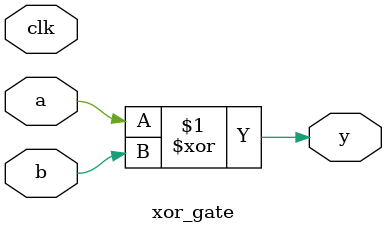
<source format=v>
module xor_gate (
    input clk,
    input a,
    input b,
    output y
);

assign y = a ^ b;

endmodule

</source>
